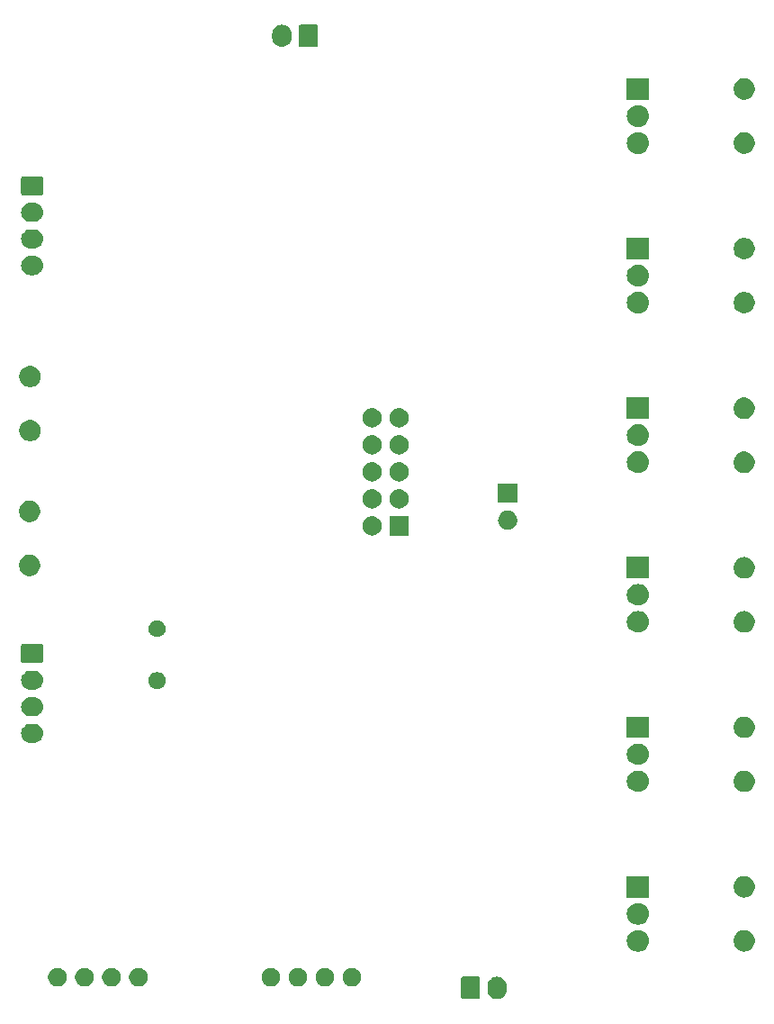
<source format=gbr>
G04 #@! TF.GenerationSoftware,KiCad,Pcbnew,(5.1.5)-3*
G04 #@! TF.CreationDate,2020-02-13T10:26:56+01:00*
G04 #@! TF.ProjectId,Studienarbeit,53747564-6965-46e6-9172-626569742e6b,rev?*
G04 #@! TF.SameCoordinates,Original*
G04 #@! TF.FileFunction,Soldermask,Bot*
G04 #@! TF.FilePolarity,Negative*
%FSLAX46Y46*%
G04 Gerber Fmt 4.6, Leading zero omitted, Abs format (unit mm)*
G04 Created by KiCad (PCBNEW (5.1.5)-3) date 2020-02-13 10:26:56*
%MOMM*%
%LPD*%
G04 APERTURE LIST*
%ADD10C,0.100000*%
G04 APERTURE END LIST*
D10*
G36*
X199926626Y-126962037D02*
G01*
X200096465Y-127013557D01*
X200096467Y-127013558D01*
X200252989Y-127097221D01*
X200390186Y-127209814D01*
X200473448Y-127311271D01*
X200502778Y-127347009D01*
X200586443Y-127503534D01*
X200637963Y-127673373D01*
X200651000Y-127805742D01*
X200651000Y-128194257D01*
X200637963Y-128326626D01*
X200586443Y-128496466D01*
X200502778Y-128652991D01*
X200473448Y-128688729D01*
X200390186Y-128790186D01*
X200295250Y-128868097D01*
X200252991Y-128902778D01*
X200096466Y-128986443D01*
X199926627Y-129037963D01*
X199750000Y-129055359D01*
X199573374Y-129037963D01*
X199403535Y-128986443D01*
X199247010Y-128902778D01*
X199109815Y-128790185D01*
X198997222Y-128652991D01*
X198913557Y-128496466D01*
X198862037Y-128326627D01*
X198849000Y-128194258D01*
X198849000Y-127805743D01*
X198862037Y-127673374D01*
X198913557Y-127503535D01*
X198913559Y-127503532D01*
X198997221Y-127347011D01*
X199109814Y-127209814D01*
X199211271Y-127126552D01*
X199247009Y-127097222D01*
X199403534Y-127013557D01*
X199573373Y-126962037D01*
X199750000Y-126944641D01*
X199926626Y-126962037D01*
G37*
G36*
X198008600Y-126952989D02*
G01*
X198041652Y-126963015D01*
X198072103Y-126979292D01*
X198098799Y-127001201D01*
X198120708Y-127027897D01*
X198136985Y-127058348D01*
X198147011Y-127091400D01*
X198151000Y-127131903D01*
X198151000Y-128868097D01*
X198147011Y-128908600D01*
X198136985Y-128941652D01*
X198120708Y-128972103D01*
X198098799Y-128998799D01*
X198072103Y-129020708D01*
X198041652Y-129036985D01*
X198008600Y-129047011D01*
X197968097Y-129051000D01*
X196531903Y-129051000D01*
X196491400Y-129047011D01*
X196458348Y-129036985D01*
X196427897Y-129020708D01*
X196401201Y-128998799D01*
X196379292Y-128972103D01*
X196363015Y-128941652D01*
X196352989Y-128908600D01*
X196349000Y-128868097D01*
X196349000Y-127131903D01*
X196352989Y-127091400D01*
X196363015Y-127058348D01*
X196379292Y-127027897D01*
X196401201Y-127001201D01*
X196427897Y-126979292D01*
X196458348Y-126963015D01*
X196491400Y-126952989D01*
X196531903Y-126949000D01*
X197968097Y-126949000D01*
X198008600Y-126952989D01*
G37*
G36*
X158550997Y-126140340D02*
G01*
X158635666Y-126157182D01*
X158701738Y-126184550D01*
X158795177Y-126223254D01*
X158938736Y-126319177D01*
X159060822Y-126441263D01*
X159156745Y-126584822D01*
X159222817Y-126744334D01*
X159256500Y-126913670D01*
X159256500Y-127086328D01*
X159241388Y-127162301D01*
X159231105Y-127214000D01*
X159222817Y-127255664D01*
X159156745Y-127415176D01*
X159060822Y-127558735D01*
X158938736Y-127680821D01*
X158795177Y-127776744D01*
X158725167Y-127805743D01*
X158635666Y-127842816D01*
X158550997Y-127859658D01*
X158466329Y-127876499D01*
X158293671Y-127876499D01*
X158209003Y-127859658D01*
X158124334Y-127842816D01*
X158034833Y-127805743D01*
X157964823Y-127776744D01*
X157821264Y-127680821D01*
X157699178Y-127558735D01*
X157603255Y-127415176D01*
X157537183Y-127255664D01*
X157528896Y-127214000D01*
X157518612Y-127162301D01*
X157503500Y-127086328D01*
X157503500Y-126913670D01*
X157537183Y-126744334D01*
X157603255Y-126584822D01*
X157699178Y-126441263D01*
X157821264Y-126319177D01*
X157964823Y-126223254D01*
X158058262Y-126184550D01*
X158124334Y-126157182D01*
X158209003Y-126140340D01*
X158293671Y-126123499D01*
X158466329Y-126123499D01*
X158550997Y-126140340D01*
G37*
G36*
X178630997Y-126140340D02*
G01*
X178715666Y-126157182D01*
X178781738Y-126184550D01*
X178875177Y-126223254D01*
X179018736Y-126319177D01*
X179140822Y-126441263D01*
X179236745Y-126584822D01*
X179302817Y-126744334D01*
X179336500Y-126913670D01*
X179336500Y-127086328D01*
X179321388Y-127162301D01*
X179311105Y-127214000D01*
X179302817Y-127255664D01*
X179236745Y-127415176D01*
X179140822Y-127558735D01*
X179018736Y-127680821D01*
X178875177Y-127776744D01*
X178805167Y-127805743D01*
X178715666Y-127842816D01*
X178630997Y-127859658D01*
X178546329Y-127876499D01*
X178373671Y-127876499D01*
X178289003Y-127859658D01*
X178204334Y-127842816D01*
X178114833Y-127805743D01*
X178044823Y-127776744D01*
X177901264Y-127680821D01*
X177779178Y-127558735D01*
X177683255Y-127415176D01*
X177617183Y-127255664D01*
X177608896Y-127214000D01*
X177598612Y-127162301D01*
X177583500Y-127086328D01*
X177583500Y-126913670D01*
X177617183Y-126744334D01*
X177683255Y-126584822D01*
X177779178Y-126441263D01*
X177901264Y-126319177D01*
X178044823Y-126223254D01*
X178138262Y-126184550D01*
X178204334Y-126157182D01*
X178289003Y-126140340D01*
X178373671Y-126123499D01*
X178546329Y-126123499D01*
X178630997Y-126140340D01*
G37*
G36*
X166170997Y-126140340D02*
G01*
X166255666Y-126157182D01*
X166321738Y-126184550D01*
X166415177Y-126223254D01*
X166558736Y-126319177D01*
X166680822Y-126441263D01*
X166776745Y-126584822D01*
X166842817Y-126744334D01*
X166876500Y-126913670D01*
X166876500Y-127086328D01*
X166861388Y-127162301D01*
X166851105Y-127214000D01*
X166842817Y-127255664D01*
X166776745Y-127415176D01*
X166680822Y-127558735D01*
X166558736Y-127680821D01*
X166415177Y-127776744D01*
X166345167Y-127805743D01*
X166255666Y-127842816D01*
X166170997Y-127859658D01*
X166086329Y-127876499D01*
X165913671Y-127876499D01*
X165829003Y-127859658D01*
X165744334Y-127842816D01*
X165654833Y-127805743D01*
X165584823Y-127776744D01*
X165441264Y-127680821D01*
X165319178Y-127558735D01*
X165223255Y-127415176D01*
X165157183Y-127255664D01*
X165148896Y-127214000D01*
X165138612Y-127162301D01*
X165123500Y-127086328D01*
X165123500Y-126913670D01*
X165157183Y-126744334D01*
X165223255Y-126584822D01*
X165319178Y-126441263D01*
X165441264Y-126319177D01*
X165584823Y-126223254D01*
X165678262Y-126184550D01*
X165744334Y-126157182D01*
X165829003Y-126140340D01*
X165913671Y-126123499D01*
X166086329Y-126123499D01*
X166170997Y-126140340D01*
G37*
G36*
X163630997Y-126140340D02*
G01*
X163715666Y-126157182D01*
X163781738Y-126184550D01*
X163875177Y-126223254D01*
X164018736Y-126319177D01*
X164140822Y-126441263D01*
X164236745Y-126584822D01*
X164302817Y-126744334D01*
X164336500Y-126913670D01*
X164336500Y-127086328D01*
X164321388Y-127162301D01*
X164311105Y-127214000D01*
X164302817Y-127255664D01*
X164236745Y-127415176D01*
X164140822Y-127558735D01*
X164018736Y-127680821D01*
X163875177Y-127776744D01*
X163805167Y-127805743D01*
X163715666Y-127842816D01*
X163630997Y-127859658D01*
X163546329Y-127876499D01*
X163373671Y-127876499D01*
X163289003Y-127859658D01*
X163204334Y-127842816D01*
X163114833Y-127805743D01*
X163044823Y-127776744D01*
X162901264Y-127680821D01*
X162779178Y-127558735D01*
X162683255Y-127415176D01*
X162617183Y-127255664D01*
X162608896Y-127214000D01*
X162598612Y-127162301D01*
X162583500Y-127086328D01*
X162583500Y-126913670D01*
X162617183Y-126744334D01*
X162683255Y-126584822D01*
X162779178Y-126441263D01*
X162901264Y-126319177D01*
X163044823Y-126223254D01*
X163138262Y-126184550D01*
X163204334Y-126157182D01*
X163289003Y-126140340D01*
X163373671Y-126123499D01*
X163546329Y-126123499D01*
X163630997Y-126140340D01*
G37*
G36*
X181170997Y-126140340D02*
G01*
X181255666Y-126157182D01*
X181321738Y-126184550D01*
X181415177Y-126223254D01*
X181558736Y-126319177D01*
X181680822Y-126441263D01*
X181776745Y-126584822D01*
X181842817Y-126744334D01*
X181876500Y-126913670D01*
X181876500Y-127086328D01*
X181861388Y-127162301D01*
X181851105Y-127214000D01*
X181842817Y-127255664D01*
X181776745Y-127415176D01*
X181680822Y-127558735D01*
X181558736Y-127680821D01*
X181415177Y-127776744D01*
X181345167Y-127805743D01*
X181255666Y-127842816D01*
X181170997Y-127859658D01*
X181086329Y-127876499D01*
X180913671Y-127876499D01*
X180829003Y-127859658D01*
X180744334Y-127842816D01*
X180654833Y-127805743D01*
X180584823Y-127776744D01*
X180441264Y-127680821D01*
X180319178Y-127558735D01*
X180223255Y-127415176D01*
X180157183Y-127255664D01*
X180148896Y-127214000D01*
X180138612Y-127162301D01*
X180123500Y-127086328D01*
X180123500Y-126913670D01*
X180157183Y-126744334D01*
X180223255Y-126584822D01*
X180319178Y-126441263D01*
X180441264Y-126319177D01*
X180584823Y-126223254D01*
X180678262Y-126184550D01*
X180744334Y-126157182D01*
X180829003Y-126140340D01*
X180913671Y-126123499D01*
X181086329Y-126123499D01*
X181170997Y-126140340D01*
G37*
G36*
X161090997Y-126140340D02*
G01*
X161175666Y-126157182D01*
X161241738Y-126184550D01*
X161335177Y-126223254D01*
X161478736Y-126319177D01*
X161600822Y-126441263D01*
X161696745Y-126584822D01*
X161762817Y-126744334D01*
X161796500Y-126913670D01*
X161796500Y-127086328D01*
X161781388Y-127162301D01*
X161771105Y-127214000D01*
X161762817Y-127255664D01*
X161696745Y-127415176D01*
X161600822Y-127558735D01*
X161478736Y-127680821D01*
X161335177Y-127776744D01*
X161265167Y-127805743D01*
X161175666Y-127842816D01*
X161090997Y-127859658D01*
X161006329Y-127876499D01*
X160833671Y-127876499D01*
X160749003Y-127859658D01*
X160664334Y-127842816D01*
X160574833Y-127805743D01*
X160504823Y-127776744D01*
X160361264Y-127680821D01*
X160239178Y-127558735D01*
X160143255Y-127415176D01*
X160077183Y-127255664D01*
X160068896Y-127214000D01*
X160058612Y-127162301D01*
X160043500Y-127086328D01*
X160043500Y-126913670D01*
X160077183Y-126744334D01*
X160143255Y-126584822D01*
X160239178Y-126441263D01*
X160361264Y-126319177D01*
X160504823Y-126223254D01*
X160598262Y-126184550D01*
X160664334Y-126157182D01*
X160749003Y-126140340D01*
X160833671Y-126123499D01*
X161006329Y-126123499D01*
X161090997Y-126140340D01*
G37*
G36*
X183710997Y-126140340D02*
G01*
X183795666Y-126157182D01*
X183861738Y-126184550D01*
X183955177Y-126223254D01*
X184098736Y-126319177D01*
X184220822Y-126441263D01*
X184316745Y-126584822D01*
X184382817Y-126744334D01*
X184416500Y-126913670D01*
X184416500Y-127086328D01*
X184401388Y-127162301D01*
X184391105Y-127214000D01*
X184382817Y-127255664D01*
X184316745Y-127415176D01*
X184220822Y-127558735D01*
X184098736Y-127680821D01*
X183955177Y-127776744D01*
X183885167Y-127805743D01*
X183795666Y-127842816D01*
X183710997Y-127859658D01*
X183626329Y-127876499D01*
X183453671Y-127876499D01*
X183369003Y-127859658D01*
X183284334Y-127842816D01*
X183194833Y-127805743D01*
X183124823Y-127776744D01*
X182981264Y-127680821D01*
X182859178Y-127558735D01*
X182763255Y-127415176D01*
X182697183Y-127255664D01*
X182688896Y-127214000D01*
X182678612Y-127162301D01*
X182663500Y-127086328D01*
X182663500Y-126913670D01*
X182697183Y-126744334D01*
X182763255Y-126584822D01*
X182859178Y-126441263D01*
X182981264Y-126319177D01*
X183124823Y-126223254D01*
X183218262Y-126184550D01*
X183284334Y-126157182D01*
X183369003Y-126140340D01*
X183453671Y-126123499D01*
X183626329Y-126123499D01*
X183710997Y-126140340D01*
G37*
G36*
X186250997Y-126140340D02*
G01*
X186335666Y-126157182D01*
X186401738Y-126184550D01*
X186495177Y-126223254D01*
X186638736Y-126319177D01*
X186760822Y-126441263D01*
X186856745Y-126584822D01*
X186922817Y-126744334D01*
X186956500Y-126913670D01*
X186956500Y-127086328D01*
X186941388Y-127162301D01*
X186931105Y-127214000D01*
X186922817Y-127255664D01*
X186856745Y-127415176D01*
X186760822Y-127558735D01*
X186638736Y-127680821D01*
X186495177Y-127776744D01*
X186425167Y-127805743D01*
X186335666Y-127842816D01*
X186250997Y-127859658D01*
X186166329Y-127876499D01*
X185993671Y-127876499D01*
X185909003Y-127859658D01*
X185824334Y-127842816D01*
X185734833Y-127805743D01*
X185664823Y-127776744D01*
X185521264Y-127680821D01*
X185399178Y-127558735D01*
X185303255Y-127415176D01*
X185237183Y-127255664D01*
X185228896Y-127214000D01*
X185218612Y-127162301D01*
X185203500Y-127086328D01*
X185203500Y-126913670D01*
X185237183Y-126744334D01*
X185303255Y-126584822D01*
X185399178Y-126441263D01*
X185521264Y-126319177D01*
X185664823Y-126223254D01*
X185758262Y-126184550D01*
X185824334Y-126157182D01*
X185909003Y-126140340D01*
X185993671Y-126123499D01*
X186166329Y-126123499D01*
X186250997Y-126140340D01*
G37*
G36*
X213145936Y-122581340D02*
G01*
X213244220Y-122591020D01*
X213433381Y-122648401D01*
X213607712Y-122741583D01*
X213760515Y-122866985D01*
X213885917Y-123019788D01*
X213979099Y-123194119D01*
X214036480Y-123383280D01*
X214055855Y-123580000D01*
X214036480Y-123776720D01*
X213979099Y-123965881D01*
X213885917Y-124140212D01*
X213760515Y-124293015D01*
X213607712Y-124418417D01*
X213433381Y-124511599D01*
X213244220Y-124568980D01*
X213145936Y-124578660D01*
X213096795Y-124583500D01*
X212903205Y-124583500D01*
X212854064Y-124578660D01*
X212755780Y-124568980D01*
X212566619Y-124511599D01*
X212392288Y-124418417D01*
X212239485Y-124293015D01*
X212114083Y-124140212D01*
X212020901Y-123965881D01*
X211963520Y-123776720D01*
X211944145Y-123580000D01*
X211963520Y-123383280D01*
X212020901Y-123194119D01*
X212114083Y-123019788D01*
X212239485Y-122866985D01*
X212392288Y-122741583D01*
X212566619Y-122648401D01*
X212755780Y-122591020D01*
X212854064Y-122581340D01*
X212903205Y-122576500D01*
X213096795Y-122576500D01*
X213145936Y-122581340D01*
G37*
G36*
X223126425Y-122581988D02*
G01*
X223292710Y-122615063D01*
X223475336Y-122690709D01*
X223639694Y-122800530D01*
X223779470Y-122940306D01*
X223889291Y-123104664D01*
X223964937Y-123287290D01*
X224003500Y-123481164D01*
X224003500Y-123678836D01*
X223964937Y-123872710D01*
X223889291Y-124055336D01*
X223779470Y-124219694D01*
X223639694Y-124359470D01*
X223475336Y-124469291D01*
X223292710Y-124544937D01*
X223126425Y-124578012D01*
X223098837Y-124583500D01*
X222901163Y-124583500D01*
X222873575Y-124578012D01*
X222707290Y-124544937D01*
X222524664Y-124469291D01*
X222360306Y-124359470D01*
X222220530Y-124219694D01*
X222110709Y-124055336D01*
X222035063Y-123872710D01*
X221996500Y-123678836D01*
X221996500Y-123481164D01*
X222035063Y-123287290D01*
X222110709Y-123104664D01*
X222220530Y-122940306D01*
X222360306Y-122800530D01*
X222524664Y-122690709D01*
X222707290Y-122615063D01*
X222873575Y-122581988D01*
X222901163Y-122576500D01*
X223098837Y-122576500D01*
X223126425Y-122581988D01*
G37*
G36*
X213145936Y-120041340D02*
G01*
X213244220Y-120051020D01*
X213433381Y-120108401D01*
X213607712Y-120201583D01*
X213760515Y-120326985D01*
X213885917Y-120479788D01*
X213979099Y-120654119D01*
X214036480Y-120843280D01*
X214055855Y-121040000D01*
X214036480Y-121236720D01*
X213979099Y-121425881D01*
X213885917Y-121600212D01*
X213760515Y-121753015D01*
X213607712Y-121878417D01*
X213433381Y-121971599D01*
X213244220Y-122028980D01*
X213145936Y-122038660D01*
X213096795Y-122043500D01*
X212903205Y-122043500D01*
X212854064Y-122038660D01*
X212755780Y-122028980D01*
X212566619Y-121971599D01*
X212392288Y-121878417D01*
X212239485Y-121753015D01*
X212114083Y-121600212D01*
X212020901Y-121425881D01*
X211963520Y-121236720D01*
X211944145Y-121040000D01*
X211963520Y-120843280D01*
X212020901Y-120654119D01*
X212114083Y-120479788D01*
X212239485Y-120326985D01*
X212392288Y-120201583D01*
X212566619Y-120108401D01*
X212755780Y-120051020D01*
X212854064Y-120041340D01*
X212903205Y-120036500D01*
X213096795Y-120036500D01*
X213145936Y-120041340D01*
G37*
G36*
X223126425Y-117501988D02*
G01*
X223292710Y-117535063D01*
X223475336Y-117610709D01*
X223639694Y-117720530D01*
X223779470Y-117860306D01*
X223889291Y-118024664D01*
X223964937Y-118207290D01*
X224003500Y-118401164D01*
X224003500Y-118598836D01*
X223964937Y-118792710D01*
X223889291Y-118975336D01*
X223779470Y-119139694D01*
X223639694Y-119279470D01*
X223475336Y-119389291D01*
X223292710Y-119464937D01*
X223126425Y-119498012D01*
X223098837Y-119503500D01*
X222901163Y-119503500D01*
X222873575Y-119498012D01*
X222707290Y-119464937D01*
X222524664Y-119389291D01*
X222360306Y-119279470D01*
X222220530Y-119139694D01*
X222110709Y-118975336D01*
X222035063Y-118792710D01*
X221996500Y-118598836D01*
X221996500Y-118401164D01*
X222035063Y-118207290D01*
X222110709Y-118024664D01*
X222220530Y-117860306D01*
X222360306Y-117720530D01*
X222524664Y-117610709D01*
X222707290Y-117535063D01*
X222873575Y-117501988D01*
X222901163Y-117496500D01*
X223098837Y-117496500D01*
X223126425Y-117501988D01*
G37*
G36*
X214051000Y-119503500D02*
G01*
X211949000Y-119503500D01*
X211949000Y-117496500D01*
X214051000Y-117496500D01*
X214051000Y-119503500D01*
G37*
G36*
X223126425Y-107581988D02*
G01*
X223292710Y-107615063D01*
X223475336Y-107690709D01*
X223639694Y-107800530D01*
X223779470Y-107940306D01*
X223889291Y-108104664D01*
X223964937Y-108287290D01*
X224003500Y-108481164D01*
X224003500Y-108678836D01*
X223964937Y-108872710D01*
X223889291Y-109055336D01*
X223779470Y-109219694D01*
X223639694Y-109359470D01*
X223475336Y-109469291D01*
X223292710Y-109544937D01*
X223126425Y-109578012D01*
X223098837Y-109583500D01*
X222901163Y-109583500D01*
X222873575Y-109578012D01*
X222707290Y-109544937D01*
X222524664Y-109469291D01*
X222360306Y-109359470D01*
X222220530Y-109219694D01*
X222110709Y-109055336D01*
X222035063Y-108872710D01*
X221996500Y-108678836D01*
X221996500Y-108481164D01*
X222035063Y-108287290D01*
X222110709Y-108104664D01*
X222220530Y-107940306D01*
X222360306Y-107800530D01*
X222524664Y-107690709D01*
X222707290Y-107615063D01*
X222873575Y-107581988D01*
X222901163Y-107576500D01*
X223098837Y-107576500D01*
X223126425Y-107581988D01*
G37*
G36*
X213145936Y-107581340D02*
G01*
X213244220Y-107591020D01*
X213433381Y-107648401D01*
X213607712Y-107741583D01*
X213760515Y-107866985D01*
X213885917Y-108019788D01*
X213979099Y-108194119D01*
X214036480Y-108383280D01*
X214055855Y-108580000D01*
X214036480Y-108776720D01*
X213979099Y-108965881D01*
X213885917Y-109140212D01*
X213760515Y-109293015D01*
X213607712Y-109418417D01*
X213433381Y-109511599D01*
X213244220Y-109568980D01*
X213145936Y-109578660D01*
X213096795Y-109583500D01*
X212903205Y-109583500D01*
X212854064Y-109578660D01*
X212755780Y-109568980D01*
X212566619Y-109511599D01*
X212392288Y-109418417D01*
X212239485Y-109293015D01*
X212114083Y-109140212D01*
X212020901Y-108965881D01*
X211963520Y-108776720D01*
X211944145Y-108580000D01*
X211963520Y-108383280D01*
X212020901Y-108194119D01*
X212114083Y-108019788D01*
X212239485Y-107866985D01*
X212392288Y-107741583D01*
X212566619Y-107648401D01*
X212755780Y-107591020D01*
X212854064Y-107581340D01*
X212903205Y-107576500D01*
X213096795Y-107576500D01*
X213145936Y-107581340D01*
G37*
G36*
X213145936Y-105041340D02*
G01*
X213244220Y-105051020D01*
X213433381Y-105108401D01*
X213607712Y-105201583D01*
X213760515Y-105326985D01*
X213885917Y-105479788D01*
X213979099Y-105654119D01*
X214036480Y-105843280D01*
X214055855Y-106040000D01*
X214036480Y-106236720D01*
X213979099Y-106425881D01*
X213885917Y-106600212D01*
X213760515Y-106753015D01*
X213607712Y-106878417D01*
X213433381Y-106971599D01*
X213244220Y-107028980D01*
X213145936Y-107038660D01*
X213096795Y-107043500D01*
X212903205Y-107043500D01*
X212854064Y-107038660D01*
X212755780Y-107028980D01*
X212566619Y-106971599D01*
X212392288Y-106878417D01*
X212239485Y-106753015D01*
X212114083Y-106600212D01*
X212020901Y-106425881D01*
X211963520Y-106236720D01*
X211944145Y-106040000D01*
X211963520Y-105843280D01*
X212020901Y-105654119D01*
X212114083Y-105479788D01*
X212239485Y-105326985D01*
X212392288Y-105201583D01*
X212566619Y-105108401D01*
X212755780Y-105051020D01*
X212854064Y-105041340D01*
X212903205Y-105036500D01*
X213096795Y-105036500D01*
X213145936Y-105041340D01*
G37*
G36*
X156235443Y-103175519D02*
G01*
X156301627Y-103182037D01*
X156471466Y-103233557D01*
X156627991Y-103317222D01*
X156663729Y-103346552D01*
X156765186Y-103429814D01*
X156848448Y-103531271D01*
X156877778Y-103567009D01*
X156961443Y-103723534D01*
X157012963Y-103893373D01*
X157030359Y-104070000D01*
X157012963Y-104246627D01*
X156961443Y-104416466D01*
X156877778Y-104572991D01*
X156848448Y-104608729D01*
X156765186Y-104710186D01*
X156663729Y-104793448D01*
X156627991Y-104822778D01*
X156471466Y-104906443D01*
X156301627Y-104957963D01*
X156235442Y-104964482D01*
X156169260Y-104971000D01*
X155830740Y-104971000D01*
X155764557Y-104964481D01*
X155698373Y-104957963D01*
X155528534Y-104906443D01*
X155372009Y-104822778D01*
X155336271Y-104793448D01*
X155234814Y-104710186D01*
X155151552Y-104608729D01*
X155122222Y-104572991D01*
X155038557Y-104416466D01*
X154987037Y-104246627D01*
X154969641Y-104070000D01*
X154987037Y-103893373D01*
X155038557Y-103723534D01*
X155122222Y-103567009D01*
X155151552Y-103531271D01*
X155234814Y-103429814D01*
X155336271Y-103346552D01*
X155372009Y-103317222D01*
X155528534Y-103233557D01*
X155698373Y-103182037D01*
X155764557Y-103175519D01*
X155830740Y-103169000D01*
X156169260Y-103169000D01*
X156235443Y-103175519D01*
G37*
G36*
X223126425Y-102501988D02*
G01*
X223292710Y-102535063D01*
X223475336Y-102610709D01*
X223639694Y-102720530D01*
X223779470Y-102860306D01*
X223889291Y-103024664D01*
X223964937Y-103207290D01*
X224003500Y-103401164D01*
X224003500Y-103598836D01*
X223964937Y-103792710D01*
X223889291Y-103975336D01*
X223779470Y-104139694D01*
X223639694Y-104279470D01*
X223475336Y-104389291D01*
X223292710Y-104464937D01*
X223126425Y-104498012D01*
X223098837Y-104503500D01*
X222901163Y-104503500D01*
X222873575Y-104498012D01*
X222707290Y-104464937D01*
X222524664Y-104389291D01*
X222360306Y-104279470D01*
X222220530Y-104139694D01*
X222110709Y-103975336D01*
X222035063Y-103792710D01*
X221996500Y-103598836D01*
X221996500Y-103401164D01*
X222035063Y-103207290D01*
X222110709Y-103024664D01*
X222220530Y-102860306D01*
X222360306Y-102720530D01*
X222524664Y-102610709D01*
X222707290Y-102535063D01*
X222873575Y-102501988D01*
X222901163Y-102496500D01*
X223098837Y-102496500D01*
X223126425Y-102501988D01*
G37*
G36*
X214051000Y-104503500D02*
G01*
X211949000Y-104503500D01*
X211949000Y-102496500D01*
X214051000Y-102496500D01*
X214051000Y-104503500D01*
G37*
G36*
X156235443Y-100675519D02*
G01*
X156301627Y-100682037D01*
X156471466Y-100733557D01*
X156627991Y-100817222D01*
X156663729Y-100846552D01*
X156765186Y-100929814D01*
X156848448Y-101031271D01*
X156877778Y-101067009D01*
X156961443Y-101223534D01*
X157012963Y-101393373D01*
X157030359Y-101570000D01*
X157012963Y-101746627D01*
X156961443Y-101916466D01*
X156877778Y-102072991D01*
X156848448Y-102108729D01*
X156765186Y-102210186D01*
X156663729Y-102293448D01*
X156627991Y-102322778D01*
X156471466Y-102406443D01*
X156301627Y-102457963D01*
X156235442Y-102464482D01*
X156169260Y-102471000D01*
X155830740Y-102471000D01*
X155764558Y-102464482D01*
X155698373Y-102457963D01*
X155528534Y-102406443D01*
X155372009Y-102322778D01*
X155336271Y-102293448D01*
X155234814Y-102210186D01*
X155151552Y-102108729D01*
X155122222Y-102072991D01*
X155038557Y-101916466D01*
X154987037Y-101746627D01*
X154969641Y-101570000D01*
X154987037Y-101393373D01*
X155038557Y-101223534D01*
X155122222Y-101067009D01*
X155151552Y-101031271D01*
X155234814Y-100929814D01*
X155336271Y-100846552D01*
X155372009Y-100817222D01*
X155528534Y-100733557D01*
X155698373Y-100682037D01*
X155764557Y-100675519D01*
X155830740Y-100669000D01*
X156169260Y-100669000D01*
X156235443Y-100675519D01*
G37*
G36*
X156235443Y-98175519D02*
G01*
X156301627Y-98182037D01*
X156471466Y-98233557D01*
X156627991Y-98317222D01*
X156655479Y-98339781D01*
X156765186Y-98429814D01*
X156848448Y-98531271D01*
X156877778Y-98567009D01*
X156961443Y-98723534D01*
X157012963Y-98893373D01*
X157030359Y-99070000D01*
X157012963Y-99246627D01*
X156961443Y-99416466D01*
X156877778Y-99572991D01*
X156848448Y-99608729D01*
X156765186Y-99710186D01*
X156663729Y-99793448D01*
X156627991Y-99822778D01*
X156471466Y-99906443D01*
X156301627Y-99957963D01*
X156235442Y-99964482D01*
X156169260Y-99971000D01*
X155830740Y-99971000D01*
X155764558Y-99964482D01*
X155698373Y-99957963D01*
X155528534Y-99906443D01*
X155372009Y-99822778D01*
X155336271Y-99793448D01*
X155234814Y-99710186D01*
X155151552Y-99608729D01*
X155122222Y-99572991D01*
X155038557Y-99416466D01*
X154987037Y-99246627D01*
X154969641Y-99070000D01*
X154987037Y-98893373D01*
X155038557Y-98723534D01*
X155122222Y-98567009D01*
X155151552Y-98531271D01*
X155234814Y-98429814D01*
X155344521Y-98339781D01*
X155372009Y-98317222D01*
X155528534Y-98233557D01*
X155698373Y-98182037D01*
X155764558Y-98175518D01*
X155830740Y-98169000D01*
X156169260Y-98169000D01*
X156235443Y-98175519D01*
G37*
G36*
X167993642Y-98339781D02*
G01*
X168139414Y-98400162D01*
X168139416Y-98400163D01*
X168270608Y-98487822D01*
X168382178Y-98599392D01*
X168465125Y-98723532D01*
X168469838Y-98730586D01*
X168530219Y-98876358D01*
X168561000Y-99031107D01*
X168561000Y-99188893D01*
X168530219Y-99343642D01*
X168500054Y-99416466D01*
X168469837Y-99489416D01*
X168382178Y-99620608D01*
X168270608Y-99732178D01*
X168139416Y-99819837D01*
X168139415Y-99819838D01*
X168139414Y-99819838D01*
X167993642Y-99880219D01*
X167838893Y-99911000D01*
X167681107Y-99911000D01*
X167526358Y-99880219D01*
X167380586Y-99819838D01*
X167380585Y-99819838D01*
X167380584Y-99819837D01*
X167249392Y-99732178D01*
X167137822Y-99620608D01*
X167050163Y-99489416D01*
X167019946Y-99416466D01*
X166989781Y-99343642D01*
X166959000Y-99188893D01*
X166959000Y-99031107D01*
X166989781Y-98876358D01*
X167050162Y-98730586D01*
X167054875Y-98723532D01*
X167137822Y-98599392D01*
X167249392Y-98487822D01*
X167380584Y-98400163D01*
X167380586Y-98400162D01*
X167526358Y-98339781D01*
X167681107Y-98309000D01*
X167838893Y-98309000D01*
X167993642Y-98339781D01*
G37*
G36*
X156883600Y-95672989D02*
G01*
X156916652Y-95683015D01*
X156947103Y-95699292D01*
X156973799Y-95721201D01*
X156995708Y-95747897D01*
X157011985Y-95778348D01*
X157022011Y-95811400D01*
X157026000Y-95851903D01*
X157026000Y-97288097D01*
X157022011Y-97328600D01*
X157011985Y-97361652D01*
X156995708Y-97392103D01*
X156973799Y-97418799D01*
X156947103Y-97440708D01*
X156916652Y-97456985D01*
X156883600Y-97467011D01*
X156843097Y-97471000D01*
X155156903Y-97471000D01*
X155116400Y-97467011D01*
X155083348Y-97456985D01*
X155052897Y-97440708D01*
X155026201Y-97418799D01*
X155004292Y-97392103D01*
X154988015Y-97361652D01*
X154977989Y-97328600D01*
X154974000Y-97288097D01*
X154974000Y-95851903D01*
X154977989Y-95811400D01*
X154988015Y-95778348D01*
X155004292Y-95747897D01*
X155026201Y-95721201D01*
X155052897Y-95699292D01*
X155083348Y-95683015D01*
X155116400Y-95672989D01*
X155156903Y-95669000D01*
X156843097Y-95669000D01*
X156883600Y-95672989D01*
G37*
G36*
X167993642Y-93459781D02*
G01*
X168139414Y-93520162D01*
X168139416Y-93520163D01*
X168270608Y-93607822D01*
X168382178Y-93719392D01*
X168420483Y-93776720D01*
X168469838Y-93850586D01*
X168530219Y-93996358D01*
X168561000Y-94151107D01*
X168561000Y-94308893D01*
X168530219Y-94463642D01*
X168496545Y-94544937D01*
X168469837Y-94609416D01*
X168382178Y-94740608D01*
X168270608Y-94852178D01*
X168139416Y-94939837D01*
X168139415Y-94939838D01*
X168139414Y-94939838D01*
X167993642Y-95000219D01*
X167838893Y-95031000D01*
X167681107Y-95031000D01*
X167526358Y-95000219D01*
X167380586Y-94939838D01*
X167380585Y-94939838D01*
X167380584Y-94939837D01*
X167249392Y-94852178D01*
X167137822Y-94740608D01*
X167050163Y-94609416D01*
X167023455Y-94544937D01*
X166989781Y-94463642D01*
X166959000Y-94308893D01*
X166959000Y-94151107D01*
X166989781Y-93996358D01*
X167050162Y-93850586D01*
X167099517Y-93776720D01*
X167137822Y-93719392D01*
X167249392Y-93607822D01*
X167380584Y-93520163D01*
X167380586Y-93520162D01*
X167526358Y-93459781D01*
X167681107Y-93429000D01*
X167838893Y-93429000D01*
X167993642Y-93459781D01*
G37*
G36*
X223126425Y-92581988D02*
G01*
X223292710Y-92615063D01*
X223475336Y-92690709D01*
X223639694Y-92800530D01*
X223779470Y-92940306D01*
X223889291Y-93104664D01*
X223964937Y-93287290D01*
X224003500Y-93481164D01*
X224003500Y-93678836D01*
X223964937Y-93872710D01*
X223889291Y-94055336D01*
X223779470Y-94219694D01*
X223639694Y-94359470D01*
X223475336Y-94469291D01*
X223292710Y-94544937D01*
X223126425Y-94578012D01*
X223098837Y-94583500D01*
X222901163Y-94583500D01*
X222873575Y-94578012D01*
X222707290Y-94544937D01*
X222524664Y-94469291D01*
X222360306Y-94359470D01*
X222220530Y-94219694D01*
X222110709Y-94055336D01*
X222035063Y-93872710D01*
X221996500Y-93678836D01*
X221996500Y-93481164D01*
X222035063Y-93287290D01*
X222110709Y-93104664D01*
X222220530Y-92940306D01*
X222360306Y-92800530D01*
X222524664Y-92690709D01*
X222707290Y-92615063D01*
X222873575Y-92581988D01*
X222901163Y-92576500D01*
X223098837Y-92576500D01*
X223126425Y-92581988D01*
G37*
G36*
X213145936Y-92581340D02*
G01*
X213244220Y-92591020D01*
X213433381Y-92648401D01*
X213607712Y-92741583D01*
X213760515Y-92866985D01*
X213885917Y-93019788D01*
X213979099Y-93194119D01*
X214036480Y-93383280D01*
X214055855Y-93580000D01*
X214036480Y-93776720D01*
X213979099Y-93965881D01*
X213885917Y-94140212D01*
X213760515Y-94293015D01*
X213607712Y-94418417D01*
X213433381Y-94511599D01*
X213244220Y-94568980D01*
X213145936Y-94578660D01*
X213096795Y-94583500D01*
X212903205Y-94583500D01*
X212854064Y-94578660D01*
X212755780Y-94568980D01*
X212566619Y-94511599D01*
X212392288Y-94418417D01*
X212239485Y-94293015D01*
X212114083Y-94140212D01*
X212020901Y-93965881D01*
X211963520Y-93776720D01*
X211944145Y-93580000D01*
X211963520Y-93383280D01*
X212020901Y-93194119D01*
X212114083Y-93019788D01*
X212239485Y-92866985D01*
X212392288Y-92741583D01*
X212566619Y-92648401D01*
X212755780Y-92591020D01*
X212854064Y-92581340D01*
X212903205Y-92576500D01*
X213096795Y-92576500D01*
X213145936Y-92581340D01*
G37*
G36*
X213145936Y-90041340D02*
G01*
X213244220Y-90051020D01*
X213433381Y-90108401D01*
X213607712Y-90201583D01*
X213760515Y-90326985D01*
X213885917Y-90479788D01*
X213979099Y-90654119D01*
X214036480Y-90843280D01*
X214055855Y-91040000D01*
X214036480Y-91236720D01*
X213979099Y-91425881D01*
X213885917Y-91600212D01*
X213760515Y-91753015D01*
X213607712Y-91878417D01*
X213433381Y-91971599D01*
X213244220Y-92028980D01*
X213145936Y-92038660D01*
X213096795Y-92043500D01*
X212903205Y-92043500D01*
X212854064Y-92038660D01*
X212755780Y-92028980D01*
X212566619Y-91971599D01*
X212392288Y-91878417D01*
X212239485Y-91753015D01*
X212114083Y-91600212D01*
X212020901Y-91425881D01*
X211963520Y-91236720D01*
X211944145Y-91040000D01*
X211963520Y-90843280D01*
X212020901Y-90654119D01*
X212114083Y-90479788D01*
X212239485Y-90326985D01*
X212392288Y-90201583D01*
X212566619Y-90108401D01*
X212755780Y-90051020D01*
X212854064Y-90041340D01*
X212903205Y-90036500D01*
X213096795Y-90036500D01*
X213145936Y-90041340D01*
G37*
G36*
X223119097Y-87500530D02*
G01*
X223292710Y-87535063D01*
X223475336Y-87610709D01*
X223639694Y-87720530D01*
X223779470Y-87860306D01*
X223889291Y-88024664D01*
X223964937Y-88207290D01*
X224003500Y-88401164D01*
X224003500Y-88598836D01*
X223964937Y-88792710D01*
X223889291Y-88975336D01*
X223779470Y-89139694D01*
X223639694Y-89279470D01*
X223475336Y-89389291D01*
X223292710Y-89464937D01*
X223126425Y-89498012D01*
X223098837Y-89503500D01*
X222901163Y-89503500D01*
X222873575Y-89498012D01*
X222707290Y-89464937D01*
X222524664Y-89389291D01*
X222360306Y-89279470D01*
X222220530Y-89139694D01*
X222110709Y-88975336D01*
X222035063Y-88792710D01*
X221996500Y-88598836D01*
X221996500Y-88401164D01*
X222035063Y-88207290D01*
X222110709Y-88024664D01*
X222220530Y-87860306D01*
X222360306Y-87720530D01*
X222524664Y-87610709D01*
X222707290Y-87535063D01*
X222880903Y-87500530D01*
X222901163Y-87496500D01*
X223098837Y-87496500D01*
X223119097Y-87500530D01*
G37*
G36*
X214051000Y-89503500D02*
G01*
X211949000Y-89503500D01*
X211949000Y-87496500D01*
X214051000Y-87496500D01*
X214051000Y-89503500D01*
G37*
G36*
X155901425Y-87281988D02*
G01*
X156067710Y-87315063D01*
X156250336Y-87390709D01*
X156414694Y-87500530D01*
X156554470Y-87640306D01*
X156664291Y-87804664D01*
X156739937Y-87987290D01*
X156778500Y-88181164D01*
X156778500Y-88378836D01*
X156739937Y-88572710D01*
X156664291Y-88755336D01*
X156554470Y-88919694D01*
X156414694Y-89059470D01*
X156250336Y-89169291D01*
X156067710Y-89244937D01*
X155901425Y-89278012D01*
X155873837Y-89283500D01*
X155676163Y-89283500D01*
X155648575Y-89278012D01*
X155482290Y-89244937D01*
X155299664Y-89169291D01*
X155135306Y-89059470D01*
X154995530Y-88919694D01*
X154885709Y-88755336D01*
X154810063Y-88572710D01*
X154771500Y-88378836D01*
X154771500Y-88181164D01*
X154810063Y-87987290D01*
X154885709Y-87804664D01*
X154995530Y-87640306D01*
X155135306Y-87500530D01*
X155299664Y-87390709D01*
X155482290Y-87315063D01*
X155648575Y-87281988D01*
X155676163Y-87276500D01*
X155873837Y-87276500D01*
X155901425Y-87281988D01*
G37*
G36*
X191431000Y-85471000D02*
G01*
X189629000Y-85471000D01*
X189629000Y-83669000D01*
X191431000Y-83669000D01*
X191431000Y-85471000D01*
G37*
G36*
X188103512Y-83673927D02*
G01*
X188252812Y-83703624D01*
X188416784Y-83771544D01*
X188564354Y-83870147D01*
X188689853Y-83995646D01*
X188788456Y-84143216D01*
X188856376Y-84307188D01*
X188886073Y-84456488D01*
X188888121Y-84466782D01*
X188891000Y-84481259D01*
X188891000Y-84658741D01*
X188856376Y-84832812D01*
X188788456Y-84996784D01*
X188689853Y-85144354D01*
X188564354Y-85269853D01*
X188416784Y-85368456D01*
X188252812Y-85436376D01*
X188103512Y-85466073D01*
X188078742Y-85471000D01*
X187901258Y-85471000D01*
X187876488Y-85466073D01*
X187727188Y-85436376D01*
X187563216Y-85368456D01*
X187415646Y-85269853D01*
X187290147Y-85144354D01*
X187191544Y-84996784D01*
X187123624Y-84832812D01*
X187089000Y-84658741D01*
X187089000Y-84481259D01*
X187091880Y-84466782D01*
X187093927Y-84456488D01*
X187123624Y-84307188D01*
X187191544Y-84143216D01*
X187290147Y-83995646D01*
X187415646Y-83870147D01*
X187563216Y-83771544D01*
X187727188Y-83703624D01*
X187876488Y-83673927D01*
X187901258Y-83669000D01*
X188078742Y-83669000D01*
X188103512Y-83673927D01*
G37*
G36*
X200863512Y-83143927D02*
G01*
X201012812Y-83173624D01*
X201176784Y-83241544D01*
X201324354Y-83340147D01*
X201449853Y-83465646D01*
X201548456Y-83613216D01*
X201616376Y-83777188D01*
X201634866Y-83870147D01*
X201651000Y-83951258D01*
X201651000Y-84128742D01*
X201646073Y-84153512D01*
X201616376Y-84302812D01*
X201548456Y-84466784D01*
X201449853Y-84614354D01*
X201324354Y-84739853D01*
X201176784Y-84838456D01*
X201012812Y-84906376D01*
X200863512Y-84936073D01*
X200838742Y-84941000D01*
X200661258Y-84941000D01*
X200636488Y-84936073D01*
X200487188Y-84906376D01*
X200323216Y-84838456D01*
X200175646Y-84739853D01*
X200050147Y-84614354D01*
X199951544Y-84466784D01*
X199883624Y-84302812D01*
X199853927Y-84153512D01*
X199849000Y-84128742D01*
X199849000Y-83951258D01*
X199865134Y-83870147D01*
X199883624Y-83777188D01*
X199951544Y-83613216D01*
X200050147Y-83465646D01*
X200175646Y-83340147D01*
X200323216Y-83241544D01*
X200487188Y-83173624D01*
X200636488Y-83143927D01*
X200661258Y-83139000D01*
X200838742Y-83139000D01*
X200863512Y-83143927D01*
G37*
G36*
X155901425Y-82201988D02*
G01*
X156067710Y-82235063D01*
X156250336Y-82310709D01*
X156414694Y-82420530D01*
X156554470Y-82560306D01*
X156664291Y-82724664D01*
X156739937Y-82907290D01*
X156778500Y-83101164D01*
X156778500Y-83298836D01*
X156739937Y-83492710D01*
X156664291Y-83675336D01*
X156554470Y-83839694D01*
X156414694Y-83979470D01*
X156250336Y-84089291D01*
X156067710Y-84164937D01*
X155901425Y-84198012D01*
X155873837Y-84203500D01*
X155676163Y-84203500D01*
X155648575Y-84198012D01*
X155482290Y-84164937D01*
X155299664Y-84089291D01*
X155135306Y-83979470D01*
X154995530Y-83839694D01*
X154885709Y-83675336D01*
X154810063Y-83492710D01*
X154771500Y-83298836D01*
X154771500Y-83101164D01*
X154810063Y-82907290D01*
X154885709Y-82724664D01*
X154995530Y-82560306D01*
X155135306Y-82420530D01*
X155299664Y-82310709D01*
X155482290Y-82235063D01*
X155648575Y-82201988D01*
X155676163Y-82196500D01*
X155873837Y-82196500D01*
X155901425Y-82201988D01*
G37*
G36*
X190643512Y-81133927D02*
G01*
X190792812Y-81163624D01*
X190956784Y-81231544D01*
X191104354Y-81330147D01*
X191229853Y-81455646D01*
X191328456Y-81603216D01*
X191396376Y-81767188D01*
X191431000Y-81941259D01*
X191431000Y-82118741D01*
X191396376Y-82292812D01*
X191328456Y-82456784D01*
X191229853Y-82604354D01*
X191104354Y-82729853D01*
X190956784Y-82828456D01*
X190792812Y-82896376D01*
X190643512Y-82926073D01*
X190618742Y-82931000D01*
X190441258Y-82931000D01*
X190416488Y-82926073D01*
X190267188Y-82896376D01*
X190103216Y-82828456D01*
X189955646Y-82729853D01*
X189830147Y-82604354D01*
X189731544Y-82456784D01*
X189663624Y-82292812D01*
X189629000Y-82118741D01*
X189629000Y-81941259D01*
X189663624Y-81767188D01*
X189731544Y-81603216D01*
X189830147Y-81455646D01*
X189955646Y-81330147D01*
X190103216Y-81231544D01*
X190267188Y-81163624D01*
X190416488Y-81133927D01*
X190441258Y-81129000D01*
X190618742Y-81129000D01*
X190643512Y-81133927D01*
G37*
G36*
X188103512Y-81133927D02*
G01*
X188252812Y-81163624D01*
X188416784Y-81231544D01*
X188564354Y-81330147D01*
X188689853Y-81455646D01*
X188788456Y-81603216D01*
X188856376Y-81767188D01*
X188891000Y-81941259D01*
X188891000Y-82118741D01*
X188856376Y-82292812D01*
X188788456Y-82456784D01*
X188689853Y-82604354D01*
X188564354Y-82729853D01*
X188416784Y-82828456D01*
X188252812Y-82896376D01*
X188103512Y-82926073D01*
X188078742Y-82931000D01*
X187901258Y-82931000D01*
X187876488Y-82926073D01*
X187727188Y-82896376D01*
X187563216Y-82828456D01*
X187415646Y-82729853D01*
X187290147Y-82604354D01*
X187191544Y-82456784D01*
X187123624Y-82292812D01*
X187089000Y-82118741D01*
X187089000Y-81941259D01*
X187123624Y-81767188D01*
X187191544Y-81603216D01*
X187290147Y-81455646D01*
X187415646Y-81330147D01*
X187563216Y-81231544D01*
X187727188Y-81163624D01*
X187876488Y-81133927D01*
X187901258Y-81129000D01*
X188078742Y-81129000D01*
X188103512Y-81133927D01*
G37*
G36*
X201651000Y-82401000D02*
G01*
X199849000Y-82401000D01*
X199849000Y-80599000D01*
X201651000Y-80599000D01*
X201651000Y-82401000D01*
G37*
G36*
X190643512Y-78593927D02*
G01*
X190792812Y-78623624D01*
X190956784Y-78691544D01*
X191104354Y-78790147D01*
X191229853Y-78915646D01*
X191328456Y-79063216D01*
X191396376Y-79227188D01*
X191409469Y-79293015D01*
X191431000Y-79401258D01*
X191431000Y-79578742D01*
X191426073Y-79603512D01*
X191396376Y-79752812D01*
X191328456Y-79916784D01*
X191229853Y-80064354D01*
X191104354Y-80189853D01*
X190956784Y-80288456D01*
X190792812Y-80356376D01*
X190643512Y-80386073D01*
X190618742Y-80391000D01*
X190441258Y-80391000D01*
X190416488Y-80386073D01*
X190267188Y-80356376D01*
X190103216Y-80288456D01*
X189955646Y-80189853D01*
X189830147Y-80064354D01*
X189731544Y-79916784D01*
X189663624Y-79752812D01*
X189633927Y-79603512D01*
X189629000Y-79578742D01*
X189629000Y-79401258D01*
X189650531Y-79293015D01*
X189663624Y-79227188D01*
X189731544Y-79063216D01*
X189830147Y-78915646D01*
X189955646Y-78790147D01*
X190103216Y-78691544D01*
X190267188Y-78623624D01*
X190416488Y-78593927D01*
X190441258Y-78589000D01*
X190618742Y-78589000D01*
X190643512Y-78593927D01*
G37*
G36*
X188103512Y-78593927D02*
G01*
X188252812Y-78623624D01*
X188416784Y-78691544D01*
X188564354Y-78790147D01*
X188689853Y-78915646D01*
X188788456Y-79063216D01*
X188856376Y-79227188D01*
X188869469Y-79293015D01*
X188891000Y-79401258D01*
X188891000Y-79578742D01*
X188886073Y-79603512D01*
X188856376Y-79752812D01*
X188788456Y-79916784D01*
X188689853Y-80064354D01*
X188564354Y-80189853D01*
X188416784Y-80288456D01*
X188252812Y-80356376D01*
X188103512Y-80386073D01*
X188078742Y-80391000D01*
X187901258Y-80391000D01*
X187876488Y-80386073D01*
X187727188Y-80356376D01*
X187563216Y-80288456D01*
X187415646Y-80189853D01*
X187290147Y-80064354D01*
X187191544Y-79916784D01*
X187123624Y-79752812D01*
X187093927Y-79603512D01*
X187089000Y-79578742D01*
X187089000Y-79401258D01*
X187110531Y-79293015D01*
X187123624Y-79227188D01*
X187191544Y-79063216D01*
X187290147Y-78915646D01*
X187415646Y-78790147D01*
X187563216Y-78691544D01*
X187727188Y-78623624D01*
X187876488Y-78593927D01*
X187901258Y-78589000D01*
X188078742Y-78589000D01*
X188103512Y-78593927D01*
G37*
G36*
X213145936Y-77581340D02*
G01*
X213244220Y-77591020D01*
X213433381Y-77648401D01*
X213433383Y-77648402D01*
X213453320Y-77659059D01*
X213607712Y-77741583D01*
X213760515Y-77866985D01*
X213885917Y-78019788D01*
X213979099Y-78194119D01*
X214036480Y-78383280D01*
X214055855Y-78580000D01*
X214036480Y-78776720D01*
X213979099Y-78965881D01*
X213885917Y-79140212D01*
X213760515Y-79293015D01*
X213607712Y-79418417D01*
X213433381Y-79511599D01*
X213244220Y-79568980D01*
X213145936Y-79578660D01*
X213096795Y-79583500D01*
X212903205Y-79583500D01*
X212854064Y-79578660D01*
X212755780Y-79568980D01*
X212566619Y-79511599D01*
X212392288Y-79418417D01*
X212239485Y-79293015D01*
X212114083Y-79140212D01*
X212020901Y-78965881D01*
X211963520Y-78776720D01*
X211944145Y-78580000D01*
X211963520Y-78383280D01*
X212020901Y-78194119D01*
X212114083Y-78019788D01*
X212239485Y-77866985D01*
X212392288Y-77741583D01*
X212546680Y-77659059D01*
X212566617Y-77648402D01*
X212566619Y-77648401D01*
X212755780Y-77591020D01*
X212854064Y-77581340D01*
X212903205Y-77576500D01*
X213096795Y-77576500D01*
X213145936Y-77581340D01*
G37*
G36*
X223126425Y-77581988D02*
G01*
X223292710Y-77615063D01*
X223475336Y-77690709D01*
X223639694Y-77800530D01*
X223779470Y-77940306D01*
X223889291Y-78104664D01*
X223964937Y-78287290D01*
X224003500Y-78481164D01*
X224003500Y-78678836D01*
X223964937Y-78872710D01*
X223889291Y-79055336D01*
X223779470Y-79219694D01*
X223639694Y-79359470D01*
X223475336Y-79469291D01*
X223292710Y-79544937D01*
X223126425Y-79578012D01*
X223098837Y-79583500D01*
X222901163Y-79583500D01*
X222873575Y-79578012D01*
X222707290Y-79544937D01*
X222524664Y-79469291D01*
X222360306Y-79359470D01*
X222220530Y-79219694D01*
X222110709Y-79055336D01*
X222035063Y-78872710D01*
X221996500Y-78678836D01*
X221996500Y-78481164D01*
X222035063Y-78287290D01*
X222110709Y-78104664D01*
X222220530Y-77940306D01*
X222360306Y-77800530D01*
X222524664Y-77690709D01*
X222707290Y-77615063D01*
X222873575Y-77581988D01*
X222901163Y-77576500D01*
X223098837Y-77576500D01*
X223126425Y-77581988D01*
G37*
G36*
X188103512Y-76053927D02*
G01*
X188252812Y-76083624D01*
X188416784Y-76151544D01*
X188564354Y-76250147D01*
X188689853Y-76375646D01*
X188788456Y-76523216D01*
X188856376Y-76687188D01*
X188869469Y-76753015D01*
X188891000Y-76861258D01*
X188891000Y-77038742D01*
X188886073Y-77063512D01*
X188856376Y-77212812D01*
X188788456Y-77376784D01*
X188689853Y-77524354D01*
X188564354Y-77649853D01*
X188416784Y-77748456D01*
X188252812Y-77816376D01*
X188103512Y-77846073D01*
X188078742Y-77851000D01*
X187901258Y-77851000D01*
X187876488Y-77846073D01*
X187727188Y-77816376D01*
X187563216Y-77748456D01*
X187415646Y-77649853D01*
X187290147Y-77524354D01*
X187191544Y-77376784D01*
X187123624Y-77212812D01*
X187093927Y-77063512D01*
X187089000Y-77038742D01*
X187089000Y-76861258D01*
X187110531Y-76753015D01*
X187123624Y-76687188D01*
X187191544Y-76523216D01*
X187290147Y-76375646D01*
X187415646Y-76250147D01*
X187563216Y-76151544D01*
X187727188Y-76083624D01*
X187876488Y-76053927D01*
X187901258Y-76049000D01*
X188078742Y-76049000D01*
X188103512Y-76053927D01*
G37*
G36*
X190643512Y-76053927D02*
G01*
X190792812Y-76083624D01*
X190956784Y-76151544D01*
X191104354Y-76250147D01*
X191229853Y-76375646D01*
X191328456Y-76523216D01*
X191396376Y-76687188D01*
X191409469Y-76753015D01*
X191431000Y-76861258D01*
X191431000Y-77038742D01*
X191426073Y-77063512D01*
X191396376Y-77212812D01*
X191328456Y-77376784D01*
X191229853Y-77524354D01*
X191104354Y-77649853D01*
X190956784Y-77748456D01*
X190792812Y-77816376D01*
X190643512Y-77846073D01*
X190618742Y-77851000D01*
X190441258Y-77851000D01*
X190416488Y-77846073D01*
X190267188Y-77816376D01*
X190103216Y-77748456D01*
X189955646Y-77649853D01*
X189830147Y-77524354D01*
X189731544Y-77376784D01*
X189663624Y-77212812D01*
X189633927Y-77063512D01*
X189629000Y-77038742D01*
X189629000Y-76861258D01*
X189650531Y-76753015D01*
X189663624Y-76687188D01*
X189731544Y-76523216D01*
X189830147Y-76375646D01*
X189955646Y-76250147D01*
X190103216Y-76151544D01*
X190267188Y-76083624D01*
X190416488Y-76053927D01*
X190441258Y-76049000D01*
X190618742Y-76049000D01*
X190643512Y-76053927D01*
G37*
G36*
X213145936Y-75041340D02*
G01*
X213244220Y-75051020D01*
X213433381Y-75108401D01*
X213433383Y-75108402D01*
X213453320Y-75119059D01*
X213607712Y-75201583D01*
X213760515Y-75326985D01*
X213885917Y-75479788D01*
X213979099Y-75654119D01*
X214036480Y-75843280D01*
X214055855Y-76040000D01*
X214036480Y-76236720D01*
X213979099Y-76425881D01*
X213885917Y-76600212D01*
X213760515Y-76753015D01*
X213607712Y-76878417D01*
X213433381Y-76971599D01*
X213244220Y-77028980D01*
X213145936Y-77038660D01*
X213096795Y-77043500D01*
X212903205Y-77043500D01*
X212854064Y-77038660D01*
X212755780Y-77028980D01*
X212566619Y-76971599D01*
X212392288Y-76878417D01*
X212239485Y-76753015D01*
X212114083Y-76600212D01*
X212020901Y-76425881D01*
X211963520Y-76236720D01*
X211944145Y-76040000D01*
X211963520Y-75843280D01*
X212020901Y-75654119D01*
X212114083Y-75479788D01*
X212239485Y-75326985D01*
X212392288Y-75201583D01*
X212546680Y-75119059D01*
X212566617Y-75108402D01*
X212566619Y-75108401D01*
X212755780Y-75051020D01*
X212854064Y-75041340D01*
X212903205Y-75036500D01*
X213096795Y-75036500D01*
X213145936Y-75041340D01*
G37*
G36*
X155926425Y-74606988D02*
G01*
X156092710Y-74640063D01*
X156275336Y-74715709D01*
X156439694Y-74825530D01*
X156579470Y-74965306D01*
X156689291Y-75129664D01*
X156764937Y-75312290D01*
X156803500Y-75506164D01*
X156803500Y-75703836D01*
X156764937Y-75897710D01*
X156689291Y-76080336D01*
X156579470Y-76244694D01*
X156439694Y-76384470D01*
X156275336Y-76494291D01*
X156092710Y-76569937D01*
X155926425Y-76603012D01*
X155898837Y-76608500D01*
X155701163Y-76608500D01*
X155673575Y-76603012D01*
X155507290Y-76569937D01*
X155324664Y-76494291D01*
X155160306Y-76384470D01*
X155020530Y-76244694D01*
X154910709Y-76080336D01*
X154835063Y-75897710D01*
X154796500Y-75703836D01*
X154796500Y-75506164D01*
X154835063Y-75312290D01*
X154910709Y-75129664D01*
X155020530Y-74965306D01*
X155160306Y-74825530D01*
X155324664Y-74715709D01*
X155507290Y-74640063D01*
X155673575Y-74606988D01*
X155701163Y-74601500D01*
X155898837Y-74601500D01*
X155926425Y-74606988D01*
G37*
G36*
X188103512Y-73513927D02*
G01*
X188252812Y-73543624D01*
X188416784Y-73611544D01*
X188564354Y-73710147D01*
X188689853Y-73835646D01*
X188788456Y-73983216D01*
X188856376Y-74147188D01*
X188882688Y-74279470D01*
X188891000Y-74321258D01*
X188891000Y-74498742D01*
X188886073Y-74523512D01*
X188856376Y-74672812D01*
X188788456Y-74836784D01*
X188689853Y-74984354D01*
X188564354Y-75109853D01*
X188416784Y-75208456D01*
X188252812Y-75276376D01*
X188103512Y-75306073D01*
X188078742Y-75311000D01*
X187901258Y-75311000D01*
X187876488Y-75306073D01*
X187727188Y-75276376D01*
X187563216Y-75208456D01*
X187415646Y-75109853D01*
X187290147Y-74984354D01*
X187191544Y-74836784D01*
X187123624Y-74672812D01*
X187093927Y-74523512D01*
X187089000Y-74498742D01*
X187089000Y-74321258D01*
X187097312Y-74279470D01*
X187123624Y-74147188D01*
X187191544Y-73983216D01*
X187290147Y-73835646D01*
X187415646Y-73710147D01*
X187563216Y-73611544D01*
X187727188Y-73543624D01*
X187876488Y-73513927D01*
X187901258Y-73509000D01*
X188078742Y-73509000D01*
X188103512Y-73513927D01*
G37*
G36*
X190643512Y-73513927D02*
G01*
X190792812Y-73543624D01*
X190956784Y-73611544D01*
X191104354Y-73710147D01*
X191229853Y-73835646D01*
X191328456Y-73983216D01*
X191396376Y-74147188D01*
X191422688Y-74279470D01*
X191431000Y-74321258D01*
X191431000Y-74498742D01*
X191426073Y-74523512D01*
X191396376Y-74672812D01*
X191328456Y-74836784D01*
X191229853Y-74984354D01*
X191104354Y-75109853D01*
X190956784Y-75208456D01*
X190792812Y-75276376D01*
X190643512Y-75306073D01*
X190618742Y-75311000D01*
X190441258Y-75311000D01*
X190416488Y-75306073D01*
X190267188Y-75276376D01*
X190103216Y-75208456D01*
X189955646Y-75109853D01*
X189830147Y-74984354D01*
X189731544Y-74836784D01*
X189663624Y-74672812D01*
X189633927Y-74523512D01*
X189629000Y-74498742D01*
X189629000Y-74321258D01*
X189637312Y-74279470D01*
X189663624Y-74147188D01*
X189731544Y-73983216D01*
X189830147Y-73835646D01*
X189955646Y-73710147D01*
X190103216Y-73611544D01*
X190267188Y-73543624D01*
X190416488Y-73513927D01*
X190441258Y-73509000D01*
X190618742Y-73509000D01*
X190643512Y-73513927D01*
G37*
G36*
X214051000Y-74503500D02*
G01*
X211949000Y-74503500D01*
X211949000Y-72496500D01*
X214051000Y-72496500D01*
X214051000Y-74503500D01*
G37*
G36*
X223126425Y-72501988D02*
G01*
X223292710Y-72535063D01*
X223475336Y-72610709D01*
X223639694Y-72720530D01*
X223779470Y-72860306D01*
X223889291Y-73024664D01*
X223964937Y-73207290D01*
X224003500Y-73401164D01*
X224003500Y-73598836D01*
X223964937Y-73792710D01*
X223889291Y-73975336D01*
X223779470Y-74139694D01*
X223639694Y-74279470D01*
X223475336Y-74389291D01*
X223292710Y-74464937D01*
X223126425Y-74498012D01*
X223098837Y-74503500D01*
X222901163Y-74503500D01*
X222873575Y-74498012D01*
X222707290Y-74464937D01*
X222524664Y-74389291D01*
X222360306Y-74279470D01*
X222220530Y-74139694D01*
X222110709Y-73975336D01*
X222035063Y-73792710D01*
X221996500Y-73598836D01*
X221996500Y-73401164D01*
X222035063Y-73207290D01*
X222110709Y-73024664D01*
X222220530Y-72860306D01*
X222360306Y-72720530D01*
X222524664Y-72610709D01*
X222707290Y-72535063D01*
X222873575Y-72501988D01*
X222901163Y-72496500D01*
X223098837Y-72496500D01*
X223126425Y-72501988D01*
G37*
G36*
X155926425Y-69526988D02*
G01*
X156092710Y-69560063D01*
X156275336Y-69635709D01*
X156439694Y-69745530D01*
X156579470Y-69885306D01*
X156689291Y-70049664D01*
X156764937Y-70232290D01*
X156803500Y-70426164D01*
X156803500Y-70623836D01*
X156764937Y-70817710D01*
X156689291Y-71000336D01*
X156579470Y-71164694D01*
X156439694Y-71304470D01*
X156275336Y-71414291D01*
X156092710Y-71489937D01*
X155926425Y-71523012D01*
X155898837Y-71528500D01*
X155701163Y-71528500D01*
X155673575Y-71523012D01*
X155507290Y-71489937D01*
X155324664Y-71414291D01*
X155160306Y-71304470D01*
X155020530Y-71164694D01*
X154910709Y-71000336D01*
X154835063Y-70817710D01*
X154796500Y-70623836D01*
X154796500Y-70426164D01*
X154835063Y-70232290D01*
X154910709Y-70049664D01*
X155020530Y-69885306D01*
X155160306Y-69745530D01*
X155324664Y-69635709D01*
X155507290Y-69560063D01*
X155673575Y-69526988D01*
X155701163Y-69521500D01*
X155898837Y-69521500D01*
X155926425Y-69526988D01*
G37*
G36*
X223126425Y-62581988D02*
G01*
X223292710Y-62615063D01*
X223475336Y-62690709D01*
X223639694Y-62800530D01*
X223779470Y-62940306D01*
X223889291Y-63104664D01*
X223964937Y-63287290D01*
X224003500Y-63481164D01*
X224003500Y-63678836D01*
X223964937Y-63872710D01*
X223889291Y-64055336D01*
X223779470Y-64219694D01*
X223639694Y-64359470D01*
X223475336Y-64469291D01*
X223292710Y-64544937D01*
X223126425Y-64578012D01*
X223098837Y-64583500D01*
X222901163Y-64583500D01*
X222873575Y-64578012D01*
X222707290Y-64544937D01*
X222524664Y-64469291D01*
X222360306Y-64359470D01*
X222220530Y-64219694D01*
X222110709Y-64055336D01*
X222035063Y-63872710D01*
X221996500Y-63678836D01*
X221996500Y-63481164D01*
X222035063Y-63287290D01*
X222110709Y-63104664D01*
X222220530Y-62940306D01*
X222360306Y-62800530D01*
X222524664Y-62690709D01*
X222707290Y-62615063D01*
X222873575Y-62581988D01*
X222901163Y-62576500D01*
X223098837Y-62576500D01*
X223126425Y-62581988D01*
G37*
G36*
X213145936Y-62581340D02*
G01*
X213244220Y-62591020D01*
X213433381Y-62648401D01*
X213607712Y-62741583D01*
X213760515Y-62866985D01*
X213885917Y-63019788D01*
X213979099Y-63194119D01*
X214036480Y-63383280D01*
X214055855Y-63580000D01*
X214036480Y-63776720D01*
X213979099Y-63965881D01*
X213885917Y-64140212D01*
X213760515Y-64293015D01*
X213607712Y-64418417D01*
X213433381Y-64511599D01*
X213244220Y-64568980D01*
X213145936Y-64578660D01*
X213096795Y-64583500D01*
X212903205Y-64583500D01*
X212854064Y-64578660D01*
X212755780Y-64568980D01*
X212566619Y-64511599D01*
X212392288Y-64418417D01*
X212239485Y-64293015D01*
X212114083Y-64140212D01*
X212020901Y-63965881D01*
X211963520Y-63776720D01*
X211944145Y-63580000D01*
X211963520Y-63383280D01*
X212020901Y-63194119D01*
X212114083Y-63019788D01*
X212239485Y-62866985D01*
X212392288Y-62741583D01*
X212566619Y-62648401D01*
X212755780Y-62591020D01*
X212854064Y-62581340D01*
X212903205Y-62576500D01*
X213096795Y-62576500D01*
X213145936Y-62581340D01*
G37*
G36*
X213145936Y-60041340D02*
G01*
X213244220Y-60051020D01*
X213433381Y-60108401D01*
X213607712Y-60201583D01*
X213760515Y-60326985D01*
X213885917Y-60479788D01*
X213979099Y-60654119D01*
X214036480Y-60843280D01*
X214055855Y-61040000D01*
X214036480Y-61236720D01*
X213979099Y-61425881D01*
X213885917Y-61600212D01*
X213760515Y-61753015D01*
X213607712Y-61878417D01*
X213433381Y-61971599D01*
X213244220Y-62028980D01*
X213145936Y-62038660D01*
X213096795Y-62043500D01*
X212903205Y-62043500D01*
X212854064Y-62038660D01*
X212755780Y-62028980D01*
X212566619Y-61971599D01*
X212392288Y-61878417D01*
X212239485Y-61753015D01*
X212114083Y-61600212D01*
X212020901Y-61425881D01*
X211963520Y-61236720D01*
X211944145Y-61040000D01*
X211963520Y-60843280D01*
X212020901Y-60654119D01*
X212114083Y-60479788D01*
X212239485Y-60326985D01*
X212392288Y-60201583D01*
X212566619Y-60108401D01*
X212755780Y-60051020D01*
X212854064Y-60041340D01*
X212903205Y-60036500D01*
X213096795Y-60036500D01*
X213145936Y-60041340D01*
G37*
G36*
X156235443Y-59205519D02*
G01*
X156301627Y-59212037D01*
X156471466Y-59263557D01*
X156627991Y-59347222D01*
X156663729Y-59376552D01*
X156765186Y-59459814D01*
X156848448Y-59561271D01*
X156877778Y-59597009D01*
X156961443Y-59753534D01*
X157012963Y-59923373D01*
X157030359Y-60100000D01*
X157012963Y-60276627D01*
X156961443Y-60446466D01*
X156877778Y-60602991D01*
X156848448Y-60638729D01*
X156765186Y-60740186D01*
X156663729Y-60823448D01*
X156627991Y-60852778D01*
X156471466Y-60936443D01*
X156301627Y-60987963D01*
X156235443Y-60994481D01*
X156169260Y-61001000D01*
X155830740Y-61001000D01*
X155764557Y-60994481D01*
X155698373Y-60987963D01*
X155528534Y-60936443D01*
X155372009Y-60852778D01*
X155336271Y-60823448D01*
X155234814Y-60740186D01*
X155151552Y-60638729D01*
X155122222Y-60602991D01*
X155038557Y-60446466D01*
X154987037Y-60276627D01*
X154969641Y-60100000D01*
X154987037Y-59923373D01*
X155038557Y-59753534D01*
X155122222Y-59597009D01*
X155151552Y-59561271D01*
X155234814Y-59459814D01*
X155336271Y-59376552D01*
X155372009Y-59347222D01*
X155528534Y-59263557D01*
X155698373Y-59212037D01*
X155764557Y-59205519D01*
X155830740Y-59199000D01*
X156169260Y-59199000D01*
X156235443Y-59205519D01*
G37*
G36*
X214051000Y-59503500D02*
G01*
X211949000Y-59503500D01*
X211949000Y-57496500D01*
X214051000Y-57496500D01*
X214051000Y-59503500D01*
G37*
G36*
X223126425Y-57501988D02*
G01*
X223292710Y-57535063D01*
X223475336Y-57610709D01*
X223639694Y-57720530D01*
X223779470Y-57860306D01*
X223889291Y-58024664D01*
X223964937Y-58207290D01*
X224003500Y-58401164D01*
X224003500Y-58598836D01*
X223964937Y-58792710D01*
X223889291Y-58975336D01*
X223779470Y-59139694D01*
X223639694Y-59279470D01*
X223475336Y-59389291D01*
X223292710Y-59464937D01*
X223126425Y-59498012D01*
X223098837Y-59503500D01*
X222901163Y-59503500D01*
X222873575Y-59498012D01*
X222707290Y-59464937D01*
X222524664Y-59389291D01*
X222360306Y-59279470D01*
X222220530Y-59139694D01*
X222110709Y-58975336D01*
X222035063Y-58792710D01*
X221996500Y-58598836D01*
X221996500Y-58401164D01*
X222035063Y-58207290D01*
X222110709Y-58024664D01*
X222220530Y-57860306D01*
X222360306Y-57720530D01*
X222524664Y-57610709D01*
X222707290Y-57535063D01*
X222873575Y-57501988D01*
X222901163Y-57496500D01*
X223098837Y-57496500D01*
X223126425Y-57501988D01*
G37*
G36*
X156235442Y-56705518D02*
G01*
X156301627Y-56712037D01*
X156471466Y-56763557D01*
X156627991Y-56847222D01*
X156663729Y-56876552D01*
X156765186Y-56959814D01*
X156848448Y-57061271D01*
X156877778Y-57097009D01*
X156961443Y-57253534D01*
X157012963Y-57423373D01*
X157030359Y-57600000D01*
X157012963Y-57776627D01*
X156961443Y-57946466D01*
X156877778Y-58102991D01*
X156848448Y-58138729D01*
X156765186Y-58240186D01*
X156663729Y-58323448D01*
X156627991Y-58352778D01*
X156471466Y-58436443D01*
X156301627Y-58487963D01*
X156235443Y-58494481D01*
X156169260Y-58501000D01*
X155830740Y-58501000D01*
X155764557Y-58494481D01*
X155698373Y-58487963D01*
X155528534Y-58436443D01*
X155372009Y-58352778D01*
X155336271Y-58323448D01*
X155234814Y-58240186D01*
X155151552Y-58138729D01*
X155122222Y-58102991D01*
X155038557Y-57946466D01*
X154987037Y-57776627D01*
X154969641Y-57600000D01*
X154987037Y-57423373D01*
X155038557Y-57253534D01*
X155122222Y-57097009D01*
X155151552Y-57061271D01*
X155234814Y-56959814D01*
X155336271Y-56876552D01*
X155372009Y-56847222D01*
X155528534Y-56763557D01*
X155698373Y-56712037D01*
X155764558Y-56705518D01*
X155830740Y-56699000D01*
X156169260Y-56699000D01*
X156235442Y-56705518D01*
G37*
G36*
X156235442Y-54205518D02*
G01*
X156301627Y-54212037D01*
X156471466Y-54263557D01*
X156627991Y-54347222D01*
X156663729Y-54376552D01*
X156765186Y-54459814D01*
X156848448Y-54561271D01*
X156877778Y-54597009D01*
X156961443Y-54753534D01*
X157012963Y-54923373D01*
X157030359Y-55100000D01*
X157012963Y-55276627D01*
X156961443Y-55446466D01*
X156877778Y-55602991D01*
X156848448Y-55638729D01*
X156765186Y-55740186D01*
X156663729Y-55823448D01*
X156627991Y-55852778D01*
X156471466Y-55936443D01*
X156301627Y-55987963D01*
X156235443Y-55994481D01*
X156169260Y-56001000D01*
X155830740Y-56001000D01*
X155764557Y-55994481D01*
X155698373Y-55987963D01*
X155528534Y-55936443D01*
X155372009Y-55852778D01*
X155336271Y-55823448D01*
X155234814Y-55740186D01*
X155151552Y-55638729D01*
X155122222Y-55602991D01*
X155038557Y-55446466D01*
X154987037Y-55276627D01*
X154969641Y-55100000D01*
X154987037Y-54923373D01*
X155038557Y-54753534D01*
X155122222Y-54597009D01*
X155151552Y-54561271D01*
X155234814Y-54459814D01*
X155336271Y-54376552D01*
X155372009Y-54347222D01*
X155528534Y-54263557D01*
X155698373Y-54212037D01*
X155764558Y-54205518D01*
X155830740Y-54199000D01*
X156169260Y-54199000D01*
X156235442Y-54205518D01*
G37*
G36*
X156883600Y-51702989D02*
G01*
X156916652Y-51713015D01*
X156947103Y-51729292D01*
X156973799Y-51751201D01*
X156995708Y-51777897D01*
X157011985Y-51808348D01*
X157022011Y-51841400D01*
X157026000Y-51881903D01*
X157026000Y-53318097D01*
X157022011Y-53358600D01*
X157011985Y-53391652D01*
X156995708Y-53422103D01*
X156973799Y-53448799D01*
X156947103Y-53470708D01*
X156916652Y-53486985D01*
X156883600Y-53497011D01*
X156843097Y-53501000D01*
X155156903Y-53501000D01*
X155116400Y-53497011D01*
X155083348Y-53486985D01*
X155052897Y-53470708D01*
X155026201Y-53448799D01*
X155004292Y-53422103D01*
X154988015Y-53391652D01*
X154977989Y-53358600D01*
X154974000Y-53318097D01*
X154974000Y-51881903D01*
X154977989Y-51841400D01*
X154988015Y-51808348D01*
X155004292Y-51777897D01*
X155026201Y-51751201D01*
X155052897Y-51729292D01*
X155083348Y-51713015D01*
X155116400Y-51702989D01*
X155156903Y-51699000D01*
X156843097Y-51699000D01*
X156883600Y-51702989D01*
G37*
G36*
X223126425Y-47581988D02*
G01*
X223292710Y-47615063D01*
X223475336Y-47690709D01*
X223639694Y-47800530D01*
X223779470Y-47940306D01*
X223889291Y-48104664D01*
X223964937Y-48287290D01*
X224003500Y-48481164D01*
X224003500Y-48678836D01*
X223964937Y-48872710D01*
X223889291Y-49055336D01*
X223779470Y-49219694D01*
X223639694Y-49359470D01*
X223475336Y-49469291D01*
X223292710Y-49544937D01*
X223126425Y-49578012D01*
X223098837Y-49583500D01*
X222901163Y-49583500D01*
X222873575Y-49578012D01*
X222707290Y-49544937D01*
X222524664Y-49469291D01*
X222360306Y-49359470D01*
X222220530Y-49219694D01*
X222110709Y-49055336D01*
X222035063Y-48872710D01*
X221996500Y-48678836D01*
X221996500Y-48481164D01*
X222035063Y-48287290D01*
X222110709Y-48104664D01*
X222220530Y-47940306D01*
X222360306Y-47800530D01*
X222524664Y-47690709D01*
X222707290Y-47615063D01*
X222873575Y-47581988D01*
X222901163Y-47576500D01*
X223098837Y-47576500D01*
X223126425Y-47581988D01*
G37*
G36*
X213145936Y-47581340D02*
G01*
X213244220Y-47591020D01*
X213433381Y-47648401D01*
X213607712Y-47741583D01*
X213760515Y-47866985D01*
X213885917Y-48019788D01*
X213979099Y-48194119D01*
X214036480Y-48383280D01*
X214055855Y-48580000D01*
X214036480Y-48776720D01*
X213979099Y-48965881D01*
X213885917Y-49140212D01*
X213760515Y-49293015D01*
X213607712Y-49418417D01*
X213433381Y-49511599D01*
X213244220Y-49568980D01*
X213145936Y-49578660D01*
X213096795Y-49583500D01*
X212903205Y-49583500D01*
X212854064Y-49578660D01*
X212755780Y-49568980D01*
X212566619Y-49511599D01*
X212392288Y-49418417D01*
X212239485Y-49293015D01*
X212114083Y-49140212D01*
X212020901Y-48965881D01*
X211963520Y-48776720D01*
X211944145Y-48580000D01*
X211963520Y-48383280D01*
X212020901Y-48194119D01*
X212114083Y-48019788D01*
X212239485Y-47866985D01*
X212392288Y-47741583D01*
X212566619Y-47648401D01*
X212755780Y-47591020D01*
X212854064Y-47581340D01*
X212903205Y-47576500D01*
X213096795Y-47576500D01*
X213145936Y-47581340D01*
G37*
G36*
X213145936Y-45041340D02*
G01*
X213244220Y-45051020D01*
X213433381Y-45108401D01*
X213607712Y-45201583D01*
X213760515Y-45326985D01*
X213885917Y-45479788D01*
X213979099Y-45654119D01*
X214036480Y-45843280D01*
X214055855Y-46040000D01*
X214036480Y-46236720D01*
X213979099Y-46425881D01*
X213885917Y-46600212D01*
X213760515Y-46753015D01*
X213607712Y-46878417D01*
X213433381Y-46971599D01*
X213244220Y-47028980D01*
X213145936Y-47038660D01*
X213096795Y-47043500D01*
X212903205Y-47043500D01*
X212854064Y-47038660D01*
X212755780Y-47028980D01*
X212566619Y-46971599D01*
X212392288Y-46878417D01*
X212239485Y-46753015D01*
X212114083Y-46600212D01*
X212020901Y-46425881D01*
X211963520Y-46236720D01*
X211944145Y-46040000D01*
X211963520Y-45843280D01*
X212020901Y-45654119D01*
X212114083Y-45479788D01*
X212239485Y-45326985D01*
X212392288Y-45201583D01*
X212566619Y-45108401D01*
X212755780Y-45051020D01*
X212854064Y-45041340D01*
X212903205Y-45036500D01*
X213096795Y-45036500D01*
X213145936Y-45041340D01*
G37*
G36*
X214051000Y-44503500D02*
G01*
X211949000Y-44503500D01*
X211949000Y-42496500D01*
X214051000Y-42496500D01*
X214051000Y-44503500D01*
G37*
G36*
X223126425Y-42501988D02*
G01*
X223292710Y-42535063D01*
X223475336Y-42610709D01*
X223639694Y-42720530D01*
X223779470Y-42860306D01*
X223889291Y-43024664D01*
X223964937Y-43207290D01*
X224003500Y-43401164D01*
X224003500Y-43598836D01*
X223964937Y-43792710D01*
X223889291Y-43975336D01*
X223779470Y-44139694D01*
X223639694Y-44279470D01*
X223475336Y-44389291D01*
X223292710Y-44464937D01*
X223126425Y-44498012D01*
X223098837Y-44503500D01*
X222901163Y-44503500D01*
X222873575Y-44498012D01*
X222707290Y-44464937D01*
X222524664Y-44389291D01*
X222360306Y-44279470D01*
X222220530Y-44139694D01*
X222110709Y-43975336D01*
X222035063Y-43792710D01*
X221996500Y-43598836D01*
X221996500Y-43401164D01*
X222035063Y-43207290D01*
X222110709Y-43024664D01*
X222220530Y-42860306D01*
X222360306Y-42720530D01*
X222524664Y-42610709D01*
X222707290Y-42535063D01*
X222873575Y-42501988D01*
X222901163Y-42496500D01*
X223098837Y-42496500D01*
X223126425Y-42501988D01*
G37*
G36*
X179676627Y-37462037D02*
G01*
X179846466Y-37513557D01*
X180002991Y-37597222D01*
X180038729Y-37626552D01*
X180140186Y-37709814D01*
X180223448Y-37811271D01*
X180252778Y-37847009D01*
X180336443Y-38003534D01*
X180387963Y-38173374D01*
X180401000Y-38305743D01*
X180401000Y-38694258D01*
X180387963Y-38826627D01*
X180336443Y-38996466D01*
X180252778Y-39152991D01*
X180223448Y-39188729D01*
X180140186Y-39290186D01*
X180002989Y-39402779D01*
X179846467Y-39486442D01*
X179846465Y-39486443D01*
X179676626Y-39537963D01*
X179500000Y-39555359D01*
X179323373Y-39537963D01*
X179153534Y-39486443D01*
X178997009Y-39402778D01*
X178954750Y-39368097D01*
X178859814Y-39290186D01*
X178747221Y-39152989D01*
X178663558Y-38996467D01*
X178663557Y-38996465D01*
X178612037Y-38826626D01*
X178599000Y-38694257D01*
X178599000Y-38305742D01*
X178612037Y-38173373D01*
X178663557Y-38003534D01*
X178747222Y-37847009D01*
X178859815Y-37709815D01*
X178997010Y-37597222D01*
X179153535Y-37513557D01*
X179323374Y-37462037D01*
X179500000Y-37444641D01*
X179676627Y-37462037D01*
G37*
G36*
X182758600Y-37452989D02*
G01*
X182791652Y-37463015D01*
X182822103Y-37479292D01*
X182848799Y-37501201D01*
X182870708Y-37527897D01*
X182886985Y-37558348D01*
X182897011Y-37591400D01*
X182901000Y-37631903D01*
X182901000Y-39368097D01*
X182897011Y-39408600D01*
X182886985Y-39441652D01*
X182870708Y-39472103D01*
X182848799Y-39498799D01*
X182822103Y-39520708D01*
X182791652Y-39536985D01*
X182758600Y-39547011D01*
X182718097Y-39551000D01*
X181281903Y-39551000D01*
X181241400Y-39547011D01*
X181208348Y-39536985D01*
X181177897Y-39520708D01*
X181151201Y-39498799D01*
X181129292Y-39472103D01*
X181113015Y-39441652D01*
X181102989Y-39408600D01*
X181099000Y-39368097D01*
X181099000Y-37631903D01*
X181102989Y-37591400D01*
X181113015Y-37558348D01*
X181129292Y-37527897D01*
X181151201Y-37501201D01*
X181177897Y-37479292D01*
X181208348Y-37463015D01*
X181241400Y-37452989D01*
X181281903Y-37449000D01*
X182718097Y-37449000D01*
X182758600Y-37452989D01*
G37*
M02*

</source>
